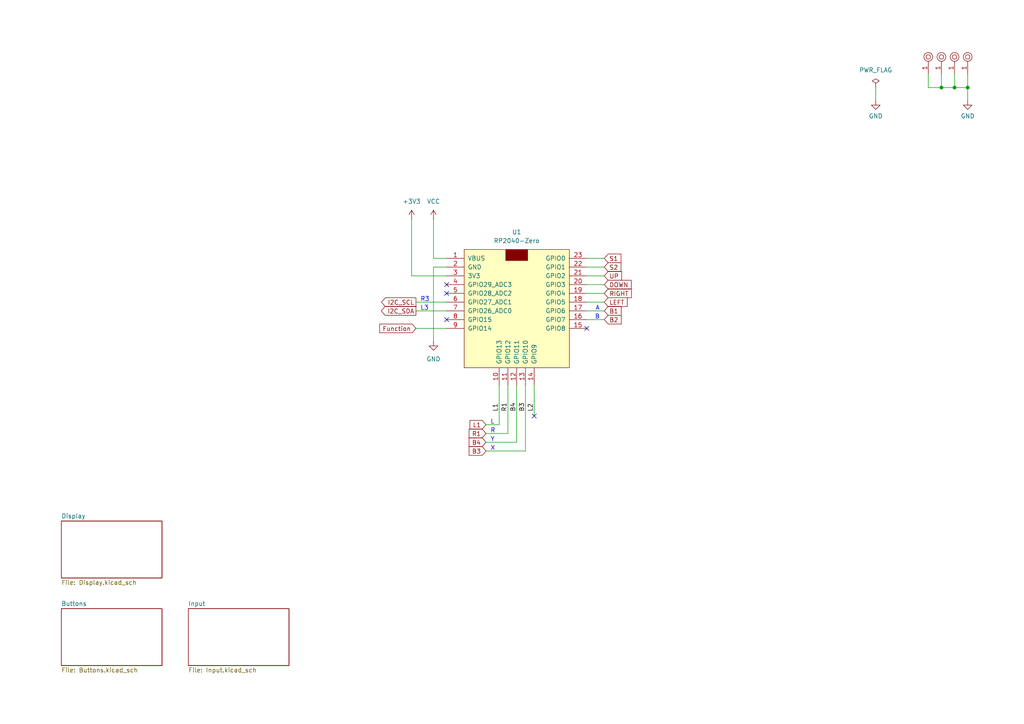
<source format=kicad_sch>
(kicad_sch (version 20231120) (generator "eeschema") (generator_version "8.0")
  (paper "A4")
  (title_block (title "Adapter 9 from 2040") (rev "A") (comment 3 "TheSpectrum, Evercade etc. And, yes, the name is a movie reference.") (comment 4 "DB9-adapter utilizing GP2040CE, hopefully suitable for use on systems such as"))
  (lib_symbols
    (symbol "mounting:Mounting_Pin" (pin_names (offset 1.016) hide)
      (symbol "Mounting_Pin_0_1"
        (circle (center 0 0) (radius 0.635))
        (circle (center 0 0) (radius 1.27))
      )
      (symbol "Mounting_Pin_1_1"
        (pin power_in line (at -5.08 0 0) (length 3.81) (name "Pin_1") (number "1"))
      )
    )
    (symbol "pi_pico:RP2040-Zero" (pin_names (offset 1.016))
      (property "Reference" "U" (at -13.97 27.94 0))
      (property "Value" "RP2040-Zero" (at 0 21.336 0))
      (symbol "RP2040-Zero_0_1"
        (rectangle (start -15.24 26.67) (end 15.24 -7.62) (fill (type background)))
      )
      (symbol "RP2040-Zero_1_1"
        (rectangle (start -3.175 26.67) (end 3.175 23.495) (fill (type outline)))
        (pin power_out line (at -20.32 24.13 0) (length 5.08) (name "VBUS") (number "1"))
        (pin bidirectional line (at -5.08 -12.7 90) (length 5.08) (name "GPIO13") (number "10"))
        (pin bidirectional line (at -2.54 -12.7 90) (length 5.08) (name "GPIO12") (number "11"))
        (pin bidirectional line (at 0 -12.7 90) (length 5.08) (name "GPIO11") (number "12"))
        (pin bidirectional line (at 2.54 -12.7 90) (length 5.08) (name "GPIO10") (number "13"))
        (pin bidirectional line (at 5.08 -12.7 90) (length 5.08) (name "GPIO9") (number "14"))
        (pin bidirectional line (at 20.32 3.81 180) (length 5.08) (name "GPIO8") (number "15"))
        (pin bidirectional line (at 20.32 6.35 180) (length 5.08) (name "GPIO7") (number "16"))
        (pin bidirectional line (at 20.32 8.89 180) (length 5.08) (name "GPIO6") (number "17"))
        (pin bidirectional line (at 20.32 11.43 180) (length 5.08) (name "GPIO5") (number "18"))
        (pin bidirectional line (at 20.32 13.97 180) (length 5.08) (name "GPIO4") (number "19"))
        (pin power_in line (at -20.32 21.59 0) (length 5.08) (name "GND") (number "2"))
        (pin bidirectional line (at 20.32 16.51 180) (length 5.08) (name "GPIO3") (number "20"))
        (pin bidirectional line (at 20.32 19.05 180) (length 5.08) (name "GPIO2") (number "21"))
        (pin bidirectional line (at 20.32 21.59 180) (length 5.08) (name "GPIO1") (number "22"))
        (pin bidirectional line (at 20.32 24.13 180) (length 5.08) (name "GPIO0") (number "23"))
        (pin power_out line (at -20.32 19.05 0) (length 5.08) (name "3V3") (number "3"))
        (pin bidirectional line (at -20.32 16.51 0) (length 5.08) (name "GPIO29_ADC3") (number "4"))
        (pin bidirectional line (at -20.32 13.97 0) (length 5.08) (name "GPIO28_ADC2") (number "5"))
        (pin bidirectional line (at -20.32 11.43 0) (length 5.08) (name "GPIO27_ADC1") (number "6"))
        (pin bidirectional line (at -20.32 8.89 0) (length 5.08) (name "GPIO26_ADC0") (number "7"))
        (pin bidirectional line (at -20.32 6.35 0) (length 5.08) (name "GPIO15") (number "8"))
        (pin bidirectional line (at -20.32 3.81 0) (length 5.08) (name "GPIO14") (number "9"))
      )
    )
    (symbol "power:+3V3" (power) (pin_numbers hide) (pin_names (offset 0) hide)
      (property "Value" "+3V3" (at 0 3.556 0))
      (symbol "+3V3_0_1"
        (polyline (pts (xy -0.762 1.27) (xy 0 2.54)))
        (polyline (pts (xy 0 0) (xy 0 2.54)))
        (polyline (pts (xy 0 2.54) (xy 0.762 1.27)))
      )
      (symbol "+3V3_1_1"
        (pin power_in line (at 0 0 90) (length 0) (name "~") (number "1"))
      )
    )
    (symbol "power:GND" (power) (pin_numbers hide) (pin_names (offset 0) hide)
      (property "Value" "GND" (at 0 -3.81 0))
      (symbol "GND_0_1"
        (polyline (pts (xy 0 0) (xy 0 -1.27) (xy 1.27 -1.27) (xy 0 -2.54) (xy -1.27 -1.27) (xy 0 -1.27)))
      )
      (symbol "GND_1_1"
        (pin power_in line (at 0 0 270) (length 0) (name "~") (number "1"))
      )
    )
    (symbol "power:PWR_FLAG" (power) (pin_numbers hide) (pin_names (offset 0) hide)
      (property "Value" "PWR_FLAG" (at 0 3.81 0))
      (symbol "PWR_FLAG_0_0"
        (pin power_out line (at 0 0 90) (length 0) (name "~") (number "1"))
      )
      (symbol "PWR_FLAG_0_1"
        (polyline (pts (xy 0 0) (xy 0 1.27) (xy -1.016 1.905) (xy 0 2.54) (xy 1.016 1.905) (xy 0 1.27)))
      )
    )
    (symbol "power:VCC" (power) (pin_numbers hide) (pin_names (offset 0) hide)
      (property "Value" "VCC" (at 0 3.556 0))
      (symbol "VCC_0_1"
        (polyline (pts (xy -0.762 1.27) (xy 0 2.54)))
        (polyline (pts (xy 0 0) (xy 0 2.54)))
        (polyline (pts (xy 0 2.54) (xy 0.762 1.27)))
      )
      (symbol "VCC_1_1"
        (pin power_in line (at 0 0 90) (length 0) (name "~") (number "1"))
      )
    )
  )
  (junction (at 280.67 25.4))
  (junction (at 276.86 25.4))
  (junction (at 273.05 25.4))
  (no_connect (at 129.54 92.71))
  (no_connect (at 154.94 120.65))
  (no_connect (at 129.54 82.55))
  (no_connect (at 170.18 95.25))
  (no_connect (at 129.54 85.09))
  (wire (pts (xy 152.4 111.76) (xy 152.4 130.81)))
  (wire (pts (xy 276.86 25.4) (xy 280.67 25.4)))
  (wire (pts (xy 140.97 128.27) (xy 149.86 128.27)))
  (wire (pts (xy 140.97 123.19) (xy 144.78 123.19)))
  (wire (pts (xy 120.65 90.17) (xy 129.54 90.17)))
  (wire (pts (xy 280.67 25.4) (xy 280.67 29.21)))
  (wire (pts (xy 170.18 85.09) (xy 175.26 85.09)))
  (wire (pts (xy 273.05 21.59) (xy 273.05 25.4)))
  (wire (pts (xy 140.97 130.81) (xy 152.4 130.81)))
  (wire (pts (xy 125.73 77.47) (xy 125.73 99.06)))
  (wire (pts (xy 170.18 77.47) (xy 175.26 77.47)))
  (wire (pts (xy 129.54 74.93) (xy 125.73 74.93)))
  (wire (pts (xy 170.18 80.01) (xy 175.26 80.01)))
  (wire (pts (xy 269.24 25.4) (xy 273.05 25.4)))
  (wire (pts (xy 125.73 63.5) (xy 125.73 74.93)))
  (wire (pts (xy 254 25.4) (xy 254 29.21)))
  (wire (pts (xy 170.18 87.63) (xy 175.26 87.63)))
  (wire (pts (xy 120.65 87.63) (xy 129.54 87.63)))
  (wire (pts (xy 140.97 125.73) (xy 147.32 125.73)))
  (wire (pts (xy 276.86 21.59) (xy 276.86 25.4)))
  (wire (pts (xy 269.24 21.59) (xy 269.24 25.4)))
  (wire (pts (xy 149.86 111.76) (xy 149.86 128.27)))
  (wire (pts (xy 144.78 111.76) (xy 144.78 123.19)))
  (wire (pts (xy 280.67 25.4) (xy 280.67 21.59)))
  (wire (pts (xy 120.65 95.25) (xy 129.54 95.25)))
  (wire (pts (xy 119.38 63.5) (xy 119.38 80.01)))
  (wire (pts (xy 170.18 74.93) (xy 175.26 74.93)))
  (wire (pts (xy 170.18 90.17) (xy 175.26 90.17)))
  (wire (pts (xy 119.38 80.01) (xy 129.54 80.01)))
  (wire (pts (xy 129.54 77.47) (xy 125.73 77.47)))
  (wire (pts (xy 273.05 25.4) (xy 276.86 25.4)))
  (wire (pts (xy 147.32 111.76) (xy 147.32 125.73)))
  (wire (pts (xy 154.94 120.65) (xy 154.94 111.76)))
  (wire (pts (xy 170.18 82.55) (xy 175.26 82.55)))
  (wire (pts (xy 170.18 92.71) (xy 175.26 92.71)))
  (text "L3" (at 121.92 90.17 0) (effects (font (size 1.27 1.27)) (justify left bottom)))
  (text "Y" (at 142.24 128.27 0) (effects (font (size 1.27 1.27)) (justify left bottom)))
  (text "A" (at 173.99 90.17 0) (effects (font (size 1.27 1.27)) (justify right bottom)))
  (text "R3" (at 121.92 87.63 0) (effects (font (size 1.27 1.27)) (justify left bottom)))
  (text "B" (at 173.99 92.71 0) (effects (font (size 1.27 1.27)) (justify right bottom)))
  (text "X" (at 142.24 130.81 0) (effects (font (size 1.27 1.27)) (justify left bottom)))
  (text "L" (at 142.24 123.19 0) (effects (font (size 1.27 1.27)) (justify left bottom)))
  (text "R" (at 142.24 125.73 0) (effects (font (size 1.27 1.27)) (justify left bottom)))
  (label "R1" (at 147.32 119.38 90))
  (label "L2" (at 154.94 119.38 90))
  (label "B3" (at 152.4 119.38 90))
  (label "B4" (at 149.86 119.38 90))
  (label "L1" (at 144.78 119.38 90))
  (global_label "I2C_SCL" (shape output) (at 120.65 87.63 180) (property "Intersheetrefs" "${INTERSHEET_REFS}" (effects (hide yes))))
  (global_label "Function" (shape input) (at 120.65 95.25 180) (property "Intersheetrefs" "${INTERSHEET_REFS}" (effects (hide yes))))
  (global_label "LEFT" (shape input) (at 175.26 87.63 0) (property "Intersheetrefs" "${INTERSHEET_REFS}" (effects (hide yes))))
  (global_label "S2" (shape input) (at 175.26 77.47 0) (property "Intersheetrefs" "${INTERSHEET_REFS}" (effects (hide yes))))
  (global_label "UP" (shape input) (at 175.26 80.01 0) (property "Intersheetrefs" "${INTERSHEET_REFS}" (effects (hide yes))))
  (global_label "B1" (shape input) (at 175.26 90.17 0) (property "Intersheetrefs" "${INTERSHEET_REFS}" (effects (hide yes))))
  (global_label "S1" (shape input) (at 175.26 74.93 0) (property "Intersheetrefs" "${INTERSHEET_REFS}" (effects (hide yes))))
  (global_label "DOWN" (shape input) (at 175.26 82.55 0) (property "Intersheetrefs" "${INTERSHEET_REFS}" (effects (hide yes))))
  (global_label "I2C_SDA" (shape output) (at 120.65 90.17 180) (property "Intersheetrefs" "${INTERSHEET_REFS}" (effects (hide yes))))
  (global_label "RIGHT" (shape input) (at 175.26 85.09 0) (property "Intersheetrefs" "${INTERSHEET_REFS}" (effects (hide yes))))
  (global_label "R1" (shape input) (at 140.97 125.73 180) (property "Intersheetrefs" "${INTERSHEET_REFS}" (effects (hide yes))))
  (global_label "B4" (shape input) (at 140.97 128.27 180) (property "Intersheetrefs" "${INTERSHEET_REFS}" (effects (hide yes))))
  (global_label "L1" (shape input) (at 140.97 123.19 180) (property "Intersheetrefs" "${INTERSHEET_REFS}" (effects (hide yes))))
  (global_label "B2" (shape input) (at 175.26 92.71 0) (property "Intersheetrefs" "${INTERSHEET_REFS}" (effects (hide yes))))
  (global_label "B3" (shape input) (at 140.97 130.81 180) (property "Intersheetrefs" "${INTERSHEET_REFS}" (effects (hide yes))))
  (symbol (lib_id "mounting:Mounting_Pin") (at 269.24 16.51 90) (unit 1)
    (property "Reference" "M1" (effects (hide yes)))
    (property "Value" "Mounting" (effects (hide yes)))
    (property "Footprint" "mounting:M3_pin" (effects (hide yes)))
    (property "Description" "Generic connector, single row, 01x01" (effects (hide yes)))
  )
  (symbol (lib_id "mounting:Mounting_Pin") (at 273.05 16.51 90) (unit 1)
    (property "Reference" "M2" (effects (hide yes)))
    (property "Value" "Mounting" (effects (hide yes)))
    (property "Footprint" "mounting:M3_pin" (effects (hide yes)))
    (property "Description" "Generic connector, single row, 01x01" (effects (hide yes)))
  )
  (symbol (lib_id "mounting:Mounting_Pin") (at 276.86 16.51 90) (unit 1)
    (property "Reference" "M3" (effects (hide yes)))
    (property "Value" "Mounting" (effects (hide yes)))
    (property "Footprint" "mounting:M3_pin" (effects (hide yes)))
    (property "Description" "Generic connector, single row, 01x01" (effects (hide yes)))
  )
  (symbol (lib_id "mounting:Mounting_Pin") (at 280.67 16.51 90) (unit 1)
    (property "Reference" "M4" (effects (hide yes)))
    (property "Value" "Mounting" (effects (hide yes)))
    (property "Footprint" "mounting:M3_pin" (effects (hide yes)))
    (property "Description" "Generic connector, single row, 01x01" (effects (hide yes)))
  )
  (symbol (lib_id "power:PWR_FLAG") (at 254 25.4 0) (unit 1)
    (property "Reference" "#FLG01" (effects (hide yes)))
    (property "Value" "PWR_FLAG" (at 254 20.32 0))
    (property "Description" "Special symbol for telling ERC where power comes from" (effects (hide yes)))
  )
  (symbol (lib_id "power:GND") (at 125.73 99.06 0) (unit 1)
    (property "Reference" "#PWR03" (effects (hide yes)))
    (property "Value" "GND" (at 125.73 104.14 0))
    (property "Description" "Power symbol creates a global label with name \"GND\" , ground" (effects (hide yes)))
  )
  (symbol (lib_id "power:GND") (at 254 29.21 0) (unit 1)
    (property "Reference" "#PWR06" (effects (hide yes)))
    (property "Value" "GND" (at 254 33.655 0))
    (property "Description" "Power symbol creates a global label with name \"GND\" , ground" (effects (hide yes)))
  )
  (symbol (lib_id "power:VCC") (at 125.73 63.5 0) (unit 1)
    (property "Reference" "#PWR02" (effects (hide yes)))
    (property "Value" "VCC" (at 125.73 58.42 0))
    (property "Description" "Power symbol creates a global label with name \"VCC\"" (effects (hide yes)))
  )
  (symbol (lib_id "pi_pico:RP2040-Zero") (at 149.86 99.06 0) (unit 1)
    (property "Reference" "U1" (at 149.86 67.31 0))
    (property "Value" "RP2040-Zero" (at 149.86 69.85 0))
    (property "Footprint" "pi_pico:RP2040-Zero_Clean" (effects (hide yes)))
  )
  (symbol (lib_id "power:+3V3") (at 119.38 63.5 0) (unit 1)
    (property "Reference" "#PWR01" (effects (hide yes)))
    (property "Value" "+3V3" (at 119.38 58.42 0))
    (property "Description" "Power symbol creates a global label with name \"+3V3\"" (effects (hide yes)))
  )
  (symbol (lib_id "power:GND") (at 280.67 29.21 0) (unit 1)
    (property "Reference" "#PWR09" (effects (hide yes)))
    (property "Value" "GND" (at 280.67 33.655 0))
    (property "Description" "Power symbol creates a global label with name \"GND\" , ground" (effects (hide yes)))
  )
  (sheet (at 17.78 176.53) (size 29.21 16.51) (stroke (width 0.1524))
    (property "Sheetname" "Buttons" (at 17.78 175.8184 0) (effects (justify left bottom)))
    (property "Sheetfile" "Buttons.kicad_sch" (at 17.78 193.6246 0) (effects (justify left top)))
  )
  (sheet (at 17.78 151.13) (size 29.21 16.51) (stroke (width 0.1524))
    (property "Sheetname" "Display" (at 17.78 150.4184 0) (effects (justify left bottom)))
    (property "Sheetfile" "Display.kicad_sch" (at 17.78 168.2246 0) (effects (justify left top)))
  )
  (sheet (at 54.61 176.53) (size 29.21 16.51) (stroke (width 0.1524))
    (property "Sheetname" "Input" (at 54.61 175.8184 0) (effects (justify left bottom)))
    (property "Sheetfile" "Input.kicad_sch" (at 54.61 193.6246 0) (effects (justify left top)))
  )
)
</source>
